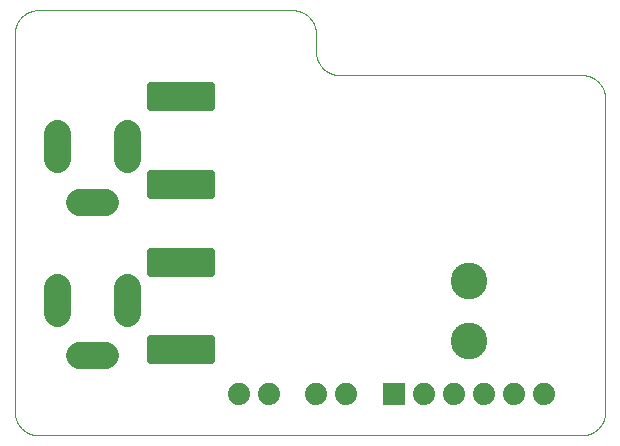
<source format=gbs>
G75*
%MOIN*%
%OFA0B0*%
%FSLAX25Y25*%
%IPPOS*%
%LPD*%
%AMOC8*
5,1,8,0,0,1.08239X$1,22.5*
%
%ADD10C,0.00000*%
%ADD11R,0.07400X0.07400*%
%ADD12C,0.07400*%
%ADD13C,0.12211*%
%ADD14C,0.02175*%
%ADD15C,0.09061*%
D10*
X0086176Y0058146D02*
X0267279Y0058146D01*
X0267469Y0058148D01*
X0267659Y0058155D01*
X0267849Y0058167D01*
X0268039Y0058183D01*
X0268228Y0058203D01*
X0268417Y0058229D01*
X0268605Y0058258D01*
X0268792Y0058293D01*
X0268978Y0058332D01*
X0269163Y0058375D01*
X0269348Y0058423D01*
X0269531Y0058475D01*
X0269712Y0058531D01*
X0269892Y0058592D01*
X0270071Y0058658D01*
X0270248Y0058727D01*
X0270424Y0058801D01*
X0270597Y0058879D01*
X0270769Y0058962D01*
X0270938Y0059048D01*
X0271106Y0059138D01*
X0271271Y0059233D01*
X0271434Y0059331D01*
X0271594Y0059434D01*
X0271752Y0059540D01*
X0271907Y0059650D01*
X0272060Y0059763D01*
X0272210Y0059881D01*
X0272356Y0060002D01*
X0272500Y0060126D01*
X0272641Y0060254D01*
X0272779Y0060385D01*
X0272914Y0060520D01*
X0273045Y0060658D01*
X0273173Y0060799D01*
X0273297Y0060943D01*
X0273418Y0061089D01*
X0273536Y0061239D01*
X0273649Y0061392D01*
X0273759Y0061547D01*
X0273865Y0061705D01*
X0273968Y0061865D01*
X0274066Y0062028D01*
X0274161Y0062193D01*
X0274251Y0062361D01*
X0274337Y0062530D01*
X0274420Y0062702D01*
X0274498Y0062875D01*
X0274572Y0063051D01*
X0274641Y0063228D01*
X0274707Y0063407D01*
X0274768Y0063587D01*
X0274824Y0063768D01*
X0274876Y0063951D01*
X0274924Y0064136D01*
X0274967Y0064321D01*
X0275006Y0064507D01*
X0275041Y0064694D01*
X0275070Y0064882D01*
X0275096Y0065071D01*
X0275116Y0065260D01*
X0275132Y0065450D01*
X0275144Y0065640D01*
X0275151Y0065830D01*
X0275153Y0066020D01*
X0275153Y0170350D01*
X0275151Y0170540D01*
X0275144Y0170730D01*
X0275132Y0170920D01*
X0275116Y0171110D01*
X0275096Y0171299D01*
X0275070Y0171488D01*
X0275041Y0171676D01*
X0275006Y0171863D01*
X0274967Y0172049D01*
X0274924Y0172234D01*
X0274876Y0172419D01*
X0274824Y0172602D01*
X0274768Y0172783D01*
X0274707Y0172963D01*
X0274641Y0173142D01*
X0274572Y0173319D01*
X0274498Y0173495D01*
X0274420Y0173668D01*
X0274337Y0173840D01*
X0274251Y0174009D01*
X0274161Y0174177D01*
X0274066Y0174342D01*
X0273968Y0174505D01*
X0273865Y0174665D01*
X0273759Y0174823D01*
X0273649Y0174978D01*
X0273536Y0175131D01*
X0273418Y0175281D01*
X0273297Y0175427D01*
X0273173Y0175571D01*
X0273045Y0175712D01*
X0272914Y0175850D01*
X0272779Y0175985D01*
X0272641Y0176116D01*
X0272500Y0176244D01*
X0272356Y0176368D01*
X0272210Y0176489D01*
X0272060Y0176607D01*
X0271907Y0176720D01*
X0271752Y0176830D01*
X0271594Y0176936D01*
X0271434Y0177039D01*
X0271271Y0177137D01*
X0271106Y0177232D01*
X0270938Y0177322D01*
X0270769Y0177408D01*
X0270597Y0177491D01*
X0270424Y0177569D01*
X0270248Y0177643D01*
X0270071Y0177712D01*
X0269892Y0177778D01*
X0269712Y0177839D01*
X0269531Y0177895D01*
X0269348Y0177947D01*
X0269163Y0177995D01*
X0268978Y0178038D01*
X0268792Y0178077D01*
X0268605Y0178112D01*
X0268417Y0178141D01*
X0268228Y0178167D01*
X0268039Y0178187D01*
X0267849Y0178203D01*
X0267659Y0178215D01*
X0267469Y0178222D01*
X0267279Y0178224D01*
X0186570Y0178224D01*
X0186380Y0178226D01*
X0186190Y0178233D01*
X0186000Y0178245D01*
X0185810Y0178261D01*
X0185621Y0178281D01*
X0185432Y0178307D01*
X0185244Y0178336D01*
X0185057Y0178371D01*
X0184871Y0178410D01*
X0184686Y0178453D01*
X0184501Y0178501D01*
X0184318Y0178553D01*
X0184137Y0178609D01*
X0183957Y0178670D01*
X0183778Y0178736D01*
X0183601Y0178805D01*
X0183425Y0178879D01*
X0183252Y0178957D01*
X0183080Y0179040D01*
X0182911Y0179126D01*
X0182743Y0179216D01*
X0182578Y0179311D01*
X0182415Y0179409D01*
X0182255Y0179512D01*
X0182097Y0179618D01*
X0181942Y0179728D01*
X0181789Y0179841D01*
X0181639Y0179959D01*
X0181493Y0180080D01*
X0181349Y0180204D01*
X0181208Y0180332D01*
X0181070Y0180463D01*
X0180935Y0180598D01*
X0180804Y0180736D01*
X0180676Y0180877D01*
X0180552Y0181021D01*
X0180431Y0181167D01*
X0180313Y0181317D01*
X0180200Y0181470D01*
X0180090Y0181625D01*
X0179984Y0181783D01*
X0179881Y0181943D01*
X0179783Y0182106D01*
X0179688Y0182271D01*
X0179598Y0182439D01*
X0179512Y0182608D01*
X0179429Y0182780D01*
X0179351Y0182953D01*
X0179277Y0183129D01*
X0179208Y0183306D01*
X0179142Y0183485D01*
X0179081Y0183665D01*
X0179025Y0183846D01*
X0178973Y0184029D01*
X0178925Y0184214D01*
X0178882Y0184399D01*
X0178843Y0184585D01*
X0178808Y0184772D01*
X0178779Y0184960D01*
X0178753Y0185149D01*
X0178733Y0185338D01*
X0178717Y0185528D01*
X0178705Y0185718D01*
X0178698Y0185908D01*
X0178696Y0186098D01*
X0178696Y0192004D01*
X0178694Y0192194D01*
X0178687Y0192384D01*
X0178675Y0192574D01*
X0178659Y0192764D01*
X0178639Y0192953D01*
X0178613Y0193142D01*
X0178584Y0193330D01*
X0178549Y0193517D01*
X0178510Y0193703D01*
X0178467Y0193888D01*
X0178419Y0194073D01*
X0178367Y0194256D01*
X0178311Y0194437D01*
X0178250Y0194617D01*
X0178184Y0194796D01*
X0178115Y0194973D01*
X0178041Y0195149D01*
X0177963Y0195322D01*
X0177880Y0195494D01*
X0177794Y0195663D01*
X0177704Y0195831D01*
X0177609Y0195996D01*
X0177511Y0196159D01*
X0177408Y0196319D01*
X0177302Y0196477D01*
X0177192Y0196632D01*
X0177079Y0196785D01*
X0176961Y0196935D01*
X0176840Y0197081D01*
X0176716Y0197225D01*
X0176588Y0197366D01*
X0176457Y0197504D01*
X0176322Y0197639D01*
X0176184Y0197770D01*
X0176043Y0197898D01*
X0175899Y0198022D01*
X0175753Y0198143D01*
X0175603Y0198261D01*
X0175450Y0198374D01*
X0175295Y0198484D01*
X0175137Y0198590D01*
X0174977Y0198693D01*
X0174814Y0198791D01*
X0174649Y0198886D01*
X0174481Y0198976D01*
X0174312Y0199062D01*
X0174140Y0199145D01*
X0173967Y0199223D01*
X0173791Y0199297D01*
X0173614Y0199366D01*
X0173435Y0199432D01*
X0173255Y0199493D01*
X0173074Y0199549D01*
X0172891Y0199601D01*
X0172706Y0199649D01*
X0172521Y0199692D01*
X0172335Y0199731D01*
X0172148Y0199766D01*
X0171960Y0199795D01*
X0171771Y0199821D01*
X0171582Y0199841D01*
X0171392Y0199857D01*
X0171202Y0199869D01*
X0171012Y0199876D01*
X0170822Y0199878D01*
X0086176Y0199878D01*
X0085986Y0199876D01*
X0085796Y0199869D01*
X0085606Y0199857D01*
X0085416Y0199841D01*
X0085227Y0199821D01*
X0085038Y0199795D01*
X0084850Y0199766D01*
X0084663Y0199731D01*
X0084477Y0199692D01*
X0084292Y0199649D01*
X0084107Y0199601D01*
X0083924Y0199549D01*
X0083743Y0199493D01*
X0083563Y0199432D01*
X0083384Y0199366D01*
X0083207Y0199297D01*
X0083031Y0199223D01*
X0082858Y0199145D01*
X0082686Y0199062D01*
X0082517Y0198976D01*
X0082349Y0198886D01*
X0082184Y0198791D01*
X0082021Y0198693D01*
X0081861Y0198590D01*
X0081703Y0198484D01*
X0081548Y0198374D01*
X0081395Y0198261D01*
X0081245Y0198143D01*
X0081099Y0198022D01*
X0080955Y0197898D01*
X0080814Y0197770D01*
X0080676Y0197639D01*
X0080541Y0197504D01*
X0080410Y0197366D01*
X0080282Y0197225D01*
X0080158Y0197081D01*
X0080037Y0196935D01*
X0079919Y0196785D01*
X0079806Y0196632D01*
X0079696Y0196477D01*
X0079590Y0196319D01*
X0079487Y0196159D01*
X0079389Y0195996D01*
X0079294Y0195831D01*
X0079204Y0195663D01*
X0079118Y0195494D01*
X0079035Y0195322D01*
X0078957Y0195149D01*
X0078883Y0194973D01*
X0078814Y0194796D01*
X0078748Y0194617D01*
X0078687Y0194437D01*
X0078631Y0194256D01*
X0078579Y0194073D01*
X0078531Y0193888D01*
X0078488Y0193703D01*
X0078449Y0193517D01*
X0078414Y0193330D01*
X0078385Y0193142D01*
X0078359Y0192953D01*
X0078339Y0192764D01*
X0078323Y0192574D01*
X0078311Y0192384D01*
X0078304Y0192194D01*
X0078302Y0192004D01*
X0078302Y0066020D01*
X0078304Y0065830D01*
X0078311Y0065640D01*
X0078323Y0065450D01*
X0078339Y0065260D01*
X0078359Y0065071D01*
X0078385Y0064882D01*
X0078414Y0064694D01*
X0078449Y0064507D01*
X0078488Y0064321D01*
X0078531Y0064136D01*
X0078579Y0063951D01*
X0078631Y0063768D01*
X0078687Y0063587D01*
X0078748Y0063407D01*
X0078814Y0063228D01*
X0078883Y0063051D01*
X0078957Y0062875D01*
X0079035Y0062702D01*
X0079118Y0062530D01*
X0079204Y0062361D01*
X0079294Y0062193D01*
X0079389Y0062028D01*
X0079487Y0061865D01*
X0079590Y0061705D01*
X0079696Y0061547D01*
X0079806Y0061392D01*
X0079919Y0061239D01*
X0080037Y0061089D01*
X0080158Y0060943D01*
X0080282Y0060799D01*
X0080410Y0060658D01*
X0080541Y0060520D01*
X0080676Y0060385D01*
X0080814Y0060254D01*
X0080955Y0060126D01*
X0081099Y0060002D01*
X0081245Y0059881D01*
X0081395Y0059763D01*
X0081548Y0059650D01*
X0081703Y0059540D01*
X0081861Y0059434D01*
X0082021Y0059331D01*
X0082184Y0059233D01*
X0082349Y0059138D01*
X0082517Y0059048D01*
X0082686Y0058962D01*
X0082858Y0058879D01*
X0083031Y0058801D01*
X0083207Y0058727D01*
X0083384Y0058658D01*
X0083563Y0058592D01*
X0083743Y0058531D01*
X0083924Y0058475D01*
X0084107Y0058423D01*
X0084292Y0058375D01*
X0084477Y0058332D01*
X0084663Y0058293D01*
X0084850Y0058258D01*
X0085038Y0058229D01*
X0085227Y0058203D01*
X0085416Y0058183D01*
X0085606Y0058167D01*
X0085796Y0058155D01*
X0085986Y0058148D01*
X0086176Y0058146D01*
D11*
X0204877Y0071925D03*
D12*
X0214877Y0071925D03*
X0224877Y0071925D03*
X0234877Y0071925D03*
X0244877Y0071925D03*
X0254877Y0071925D03*
X0188696Y0071925D03*
X0178696Y0071925D03*
X0163106Y0071925D03*
X0153106Y0071925D03*
D13*
X0229877Y0089484D03*
X0229877Y0109484D03*
D14*
X0143557Y0112380D02*
X0143557Y0119660D01*
X0143557Y0112380D02*
X0123285Y0112380D01*
X0123285Y0119660D01*
X0143557Y0119660D01*
X0143557Y0114446D02*
X0123285Y0114446D01*
X0123285Y0116512D02*
X0143557Y0116512D01*
X0143557Y0118578D02*
X0123285Y0118578D01*
X0143557Y0138364D02*
X0143557Y0145644D01*
X0143557Y0138364D02*
X0123285Y0138364D01*
X0123285Y0145644D01*
X0143557Y0145644D01*
X0143557Y0140430D02*
X0123285Y0140430D01*
X0123285Y0142496D02*
X0143557Y0142496D01*
X0143557Y0144562D02*
X0123285Y0144562D01*
X0143557Y0167498D02*
X0143557Y0174778D01*
X0143557Y0167498D02*
X0123285Y0167498D01*
X0123285Y0174778D01*
X0143557Y0174778D01*
X0143557Y0169564D02*
X0123285Y0169564D01*
X0123285Y0171630D02*
X0143557Y0171630D01*
X0143557Y0173696D02*
X0123285Y0173696D01*
X0143557Y0090526D02*
X0143557Y0083246D01*
X0123285Y0083246D01*
X0123285Y0090526D01*
X0143557Y0090526D01*
X0143557Y0085312D02*
X0123285Y0085312D01*
X0123285Y0087378D02*
X0143557Y0087378D01*
X0143557Y0089444D02*
X0123285Y0089444D01*
D15*
X0115704Y0099091D02*
X0115704Y0107752D01*
X0092476Y0107752D02*
X0092476Y0099091D01*
X0099562Y0084917D02*
X0108224Y0084917D01*
X0108224Y0136098D02*
X0099562Y0136098D01*
X0092476Y0150272D02*
X0092476Y0158933D01*
X0115704Y0158933D02*
X0115704Y0150272D01*
M02*

</source>
